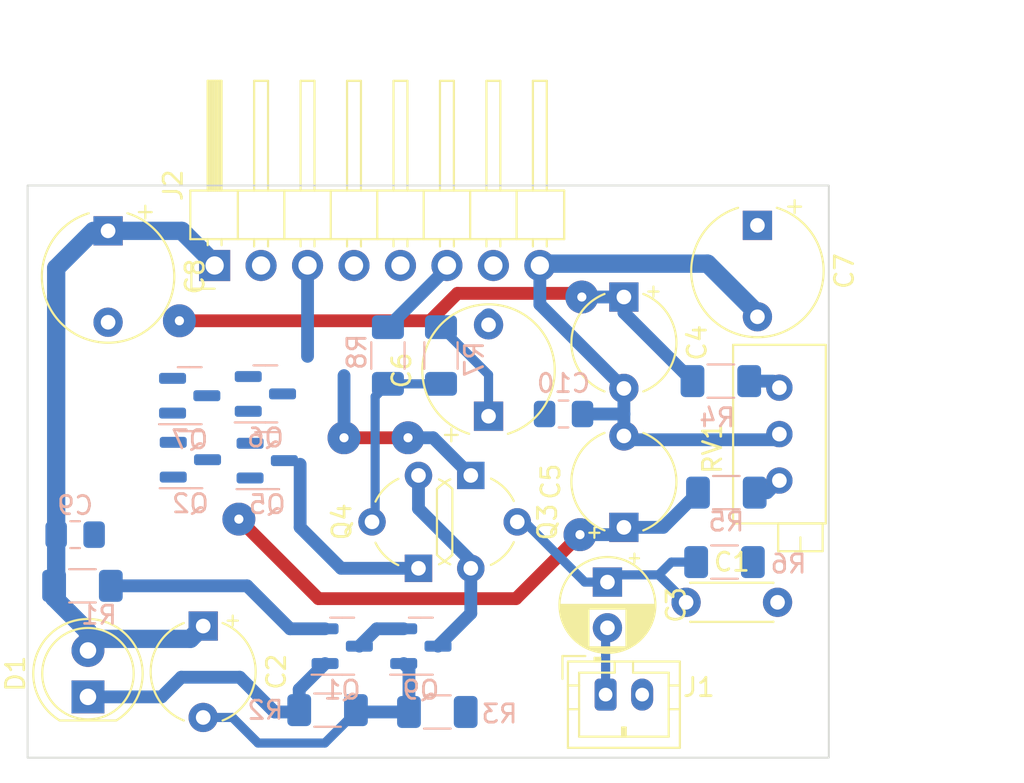
<source format=kicad_pcb>
(kicad_pcb (version 20221018) (generator pcbnew)
  (layers (0 "F.Cu" signal) (31 "B.Cu" signal) (34 "B.Paste" user) (35 "F.Paste" user) (36 "B.SilkS" user "B.Silkscreen") (37 "F.SilkS" user "F.Silkscreen") (38 "B.Mask" user) (39 "F.Mask" user) (44 "Edge.Cuts" user))
  (net 0 "")
  (net 1 "Net-(Q3-B)")
  (net 2 "GND")
  (net 3 "Net-(D1-A)")
  (net 4 "Net-(Q2-B)")
  (net 5 "Net-(J1-Pin_1)")
  (net 6 "Net-(J2-Pin_8)")
  (net 7 "Net-(C6-Pad1)")
  (net 8 "Net-(D1-K)")
  (net 9 "Net-(J2-Pin_3)")
  (net 10 "Net-(J2-Pin_6)")
  (net 11 "Net-(Q1-C)")
  (net 12 "Net-(Q1-E)")
  (net 13 "Net-(Q2-C)")
  (net 14 "Net-(Q4-C)")
  (net 15 "Net-(Q4-B)")
  (net 16 "Net-(Q7-E)")
  (net 17 "Net-(R4-Pad2)")
  (net 18 "Net-(R5-Pad2)")
  (net 19 "Net-(Q9-B)")
  (net 20 "Net-(Q2-E)")
  (net 21 "Net-(Q3-E)")
  (footprint "Capacitor_THT:CP_Radial_Tantal_D5.5mm_P5.00mm" (layer "F.Cu") (at 159.8 85.9 -90)
    (fp_text reference "C4" (at 2.5 -4 90) (layer "F.SilkS"))
    (fp_text value "33u/25V")
    (pad "1" thru_hole rect (at 0 0 270) (size 1.6 1.6) (drill 0.8) (layers "*.Cu" "*.Mask") (net 16 "Net-(Q7-E)"))
    (pad "2" thru_hole circle (at 5 0 270) (size 1.6 1.6) (drill 0.8) (layers "*.Cu" "*.Mask") (net 6 "Net-(J2-Pin_8)"))
  )
  (footprint "Capacitor_THT:CP_Radial_D5.0mm_P2.50mm" (layer "F.Cu") (at 158.9 101.494888 -90)
    (fp_text reference "C3" (at 1.25 -3.75 90) (layer "F.SilkS"))
    (fp_text value "2u2/16V")
    (pad "1" thru_hole rect (at 0 0 270) (size 1.6 1.6) (drill 0.8) (layers "*.Cu" "*.Mask") (net 1 "Net-(Q3-B)"))
    (pad "2" thru_hole circle (at 2.5 0 270) (size 1.6 1.6) (drill 0.8) (layers "*.Cu" "*.Mask") (net 5 "Net-(J1-Pin_1)"))
  )
  (footprint "Potentiometer_THT:Potentiometer_Bourns_3296X_Horizontal" (layer "F.Cu") (at 168.3 90.86 90)
    (fp_text reference "RV1" (at -3.3 -3.66 90) (layer "F.SilkS"))
    (fp_text value "50")
    (pad "1" thru_hole circle (at 0 0 90) (size 1.44 1.44) (drill 0.8) (layers "*.Cu" "*.Mask") (net 17 "Net-(R4-Pad2)"))
    (pad "2" thru_hole circle (at -2.54 0 90) (size 1.44 1.44) (drill 0.8) (layers "*.Cu" "*.Mask") (net 6 "Net-(J2-Pin_8)"))
    (pad "3" thru_hole circle (at -5.08 0 90) (size 1.44 1.44) (drill 0.8) (layers "*.Cu" "*.Mask") (net 18 "Net-(R5-Pad2)"))
  )
  (footprint "Package_TO_SOT_THT:TO-92_Wide" (layer "F.Cu") (at 151.43 95.66 -90)
    (fp_text reference "Q3" (at 2.55 -4.19 90) (layer "F.SilkS"))
    (fp_text value "BC560C")
    (pad "1" thru_hole rect (at 0 0 270) (size 1.5 1.5) (drill 0.8) (layers "*.Cu" "*.Mask") (net 9 "Net-(J2-Pin_3)"))
    (pad "2" thru_hole circle (at 2.54 -2.54 270) (size 1.5 1.5) (drill 0.8) (layers "*.Cu" "*.Mask") (net 1 "Net-(Q3-B)"))
    (pad "3" thru_hole circle (at 5.08 0 270) (size 1.5 1.5) (drill 0.8) (layers "*.Cu" "*.Mask") (net 21 "Net-(Q3-E)"))
  )
  (footprint "Capacitor_THT:CP_Radial_Tantal_D7.0mm_P5.00mm" (layer "F.Cu") (at 152.4 92.420139 90)
    (fp_text reference "C6" (at 2.5 -4.75 90) (layer "F.SilkS"))
    (fp_text value "47u/25V")
    (pad "1" thru_hole rect (at 0 0 90) (size 1.6 1.6) (drill 0.8) (layers "*.Cu" "*.Mask") (net 7 "Net-(C6-Pad1)"))
    (pad "2" thru_hole circle (at 5 0 90) (size 1.6 1.6) (drill 0.8) (layers "*.Cu" "*.Mask") (net 2 "GND"))
  )
  (footprint "Capacitor_THT:CP_Radial_Tantal_D5.5mm_P5.00mm" (layer "F.Cu") (at 159.8 98.5 90)
    (fp_text reference "C5" (at 2.5 -4 90) (layer "F.SilkS"))
    (fp_text value "33u/25V")
    (pad "1" thru_hole rect (at 0 0 90) (size 1.6 1.6) (drill 0.8) (layers "*.Cu" "*.Mask") (net 20 "Net-(Q2-E)"))
    (pad "2" thru_hole circle (at 5 0 90) (size 1.6 1.6) (drill 0.8) (layers "*.Cu" "*.Mask") (net 6 "Net-(J2-Pin_8)"))
  )
  (footprint "Capacitor_THT:CP_Radial_Tantal_D7.0mm_P5.00mm" (layer "F.Cu") (at 167.1 81.979862 -90)
    (fp_text reference "C7" (at 2.5 -4.75 90) (layer "F.SilkS"))
    (fp_text value "47u/35V")
    (pad "1" thru_hole rect (at 0 0 270) (size 1.6 1.6) (drill 0.8) (layers "*.Cu" "*.Mask") (net 2 "GND"))
    (pad "2" thru_hole circle (at 5 0 270) (size 1.6 1.6) (drill 0.8) (layers "*.Cu" "*.Mask") (net 6 "Net-(J2-Pin_8)"))
  )
  (footprint "Capacitor_THT:C_Disc_D4.3mm_W1.9mm_P5.00mm" (layer "F.Cu") (at 163.2 102.6)
    (fp_text reference "C1" (at 2.5 -2.2) (layer "F.SilkS"))
    (fp_text value "330p")
    (pad "1" thru_hole circle (at 0 0) (size 1.6 1.6) (drill 0.8) (layers "*.Cu" "*.Mask") (net 1 "Net-(Q3-B)"))
    (pad "2" thru_hole circle (at 5 0) (size 1.6 1.6) (drill 0.8) (layers "*.Cu" "*.Mask") (net 2 "GND"))
  )
  (footprint "Connector_JST:JST_PH_B2B-PH-K_1x02_P2.00mm_Vertical" (layer "F.Cu") (at 158.8 107.65)
    (fp_text reference "J1" (at 5.1 -0.4) (layer "F.SilkS"))
    (fp_text value "Conn_01x02")
    (pad "1" thru_hole roundrect (at 0 0) (size 1.2 1.75) (drill 0.75) (layers "*.Cu" "*.Mask") (roundrect_rratio 0.208333) (net 5 "Net-(J1-Pin_1)"))
    (pad "2" thru_hole oval (at 2 0) (size 1.2 1.75) (drill 0.75) (layers "*.Cu" "*.Mask") (net 2 "GND"))
  )
  (footprint "LED_THT:LED_D5.0mm" (layer "F.Cu") (at 130.5 107.775 90)
    (fp_text reference "D1" (at 1.27 -3.96 90) (layer "F.SilkS"))
    (fp_text value "LED_Small")
    (pad "1" thru_hole rect (at 0 0 90) (size 1.8 1.8) (drill 0.9) (layers "*.Cu" "*.Mask") (net 8 "Net-(D1-K)"))
    (pad "2" thru_hole circle (at 2.54 0 90) (size 1.8 1.8) (drill 0.9) (layers "*.Cu" "*.Mask") (net 3 "Net-(D1-A)"))
  )
  (footprint "Package_TO_SOT_THT:TO-92_Wide" (layer "F.Cu") (at 148.57 100.74 90)
    (fp_text reference "Q4" (at 2.55 -4.19 90) (layer "F.SilkS"))
    (fp_text value "BC560C")
    (pad "1" thru_hole rect (at 0 0 90) (size 1.5 1.5) (drill 0.8) (layers "*.Cu" "*.Mask") (net 14 "Net-(Q4-C)"))
    (pad "2" thru_hole circle (at 2.54 -2.54 90) (size 1.5 1.5) (drill 0.8) (layers "*.Cu" "*.Mask") (net 15 "Net-(Q4-B)"))
    (pad "3" thru_hole circle (at 5.08 0 90) (size 1.5 1.5) (drill 0.8) (layers "*.Cu" "*.Mask") (net 21 "Net-(Q3-E)"))
  )
  (footprint "Connector_PinHeader_2.54mm:PinHeader_1x08_P2.54mm_Horizontal" (layer "F.Cu") (at 137.425 84.175 90)
    (fp_text reference "J2" (at 4.385 -2.27 90) (layer "F.SilkS"))
    (fp_text value "Conn_01x08")
    (pad "1" thru_hole rect (at 0 0 90) (size 1.7 1.7) (drill 1) (layers "*.Cu" "*.Mask") (net 3 "Net-(D1-A)"))
    (pad "2" thru_hole oval (at 0 2.54 90) (size 1.7 1.7) (drill 1) (layers "*.Cu" "*.Mask") (net 2 "GND"))
    (pad "3" thru_hole oval (at 0 5.08 90) (size 1.7 1.7) (drill 1) (layers "*.Cu" "*.Mask") (net 9 "Net-(J2-Pin_3)"))
    (pad "4" thru_hole oval (at 0 7.62 90) (size 1.7 1.7) (drill 1) (layers "*.Cu" "*.Mask") (net 2 "GND"))
    (pad "5" thru_hole oval (at 0 10.16 90) (size 1.7 1.7) (drill 1) (layers "*.Cu" "*.Mask") (net 2 "GND"))
    (pad "6" thru_hole oval (at 0 12.7 90) (size 1.7 1.7) (drill 1) (layers "*.Cu" "*.Mask") (net 10 "Net-(J2-Pin_6)"))
    (pad "7" thru_hole oval (at 0 15.24 90) (size 1.7 1.7) (drill 1) (layers "*.Cu" "*.Mask") (net 2 "GND"))
    (pad "8" thru_hole oval (at 0 17.78 90) (size 1.7 1.7) (drill 1) (layers "*.Cu" "*.Mask") (net 6 "Net-(J2-Pin_8)"))
  )
  (footprint "Capacitor_THT:CP_Radial_Tantal_D5.5mm_P5.00mm" (layer "F.Cu") (at 136.8 103.9 -90)
    (fp_text reference "C2" (at 2.5 -4 90) (layer "F.SilkS"))
    (fp_text value "33u/25V")
    (pad "1" thru_hole rect (at 0 0 270) (size 1.6 1.6) (drill 0.8) (layers "*.Cu" "*.Mask") (net 3 "Net-(D1-A)"))
    (pad "2" thru_hole circle (at 5 0 270) (size 1.6 1.6) (drill 0.8) (layers "*.Cu" "*.Mask") (net 19 "Net-(Q9-B)"))
  )
  (footprint "Capacitor_THT:CP_Radial_Tantal_D7.0mm_P5.00mm" (layer "F.Cu") (at 131.6 82.279862 -90)
    (fp_text reference "C8" (at 2.5 -4.75 90) (layer "F.SilkS"))
    (fp_text value "47u/35V")
    (pad "1" thru_hole rect (at 0 0 270) (size 1.6 1.6) (drill 0.8) (layers "*.Cu" "*.Mask") (net 3 "Net-(D1-A)"))
    (pad "2" thru_hole circle (at 5 0 270) (size 1.6 1.6) (drill 0.8) (layers "*.Cu" "*.Mask") (net 2 "GND"))
  )
  (footprint "Resistor_SMD:R_1206_3216Metric_Pad1.30x1.75mm_HandSolder" (layer "B.Cu") (at 146.9 89.1 90)
    (fp_text reference "R8" (at 0.2 -1.7 -270) (layer "B.SilkS") (effects (justify mirror)))
    (fp_text value "68k")
    (pad "1" smd roundrect (at -1.55 0 90) (size 1.3 1.75) (layers "B.Cu" "B.Paste" "B.Mask") (roundrect_rratio 0.192308) (net 15 "Net-(Q4-B)"))
    (pad "2" smd roundrect (at 1.55 0 90) (size 1.3 1.75) (layers "B.Cu" "B.Paste" "B.Mask") (roundrect_rratio 0.192308) (net 10 "Net-(J2-Pin_6)"))
  )
  (footprint "Resistor_SMD:R_1206_3216Metric_Pad1.30x1.75mm_HandSolder" (layer "B.Cu") (at 165.1 90.5)
    (fp_text reference "R4" (at -0.2 2 -360) (layer "B.SilkS") (effects (justify mirror)))
    (fp_text value "51")
    (pad "1" smd roundrect (at -1.55 0) (size 1.3 1.75) (layers "B.Cu" "B.Paste" "B.Mask") (roundrect_rratio 0.192308) (net 16 "Net-(Q7-E)"))
    (pad "2" smd roundrect (at 1.55 0) (size 1.3 1.75) (layers "B.Cu" "B.Paste" "B.Mask") (roundrect_rratio 0.192308) (net 17 "Net-(R4-Pad2)"))
  )
  (footprint "Package_TO_SOT_SMD:SOT-23" (layer "B.Cu") (at 140.2 91.2)
    (fp_text reference "Q6" (at 0 2.4) (layer "B.SilkS") (effects (justify mirror)))
    (fp_text value "BC848")
    (pad "1" smd roundrect (at -0.9375 0.95) (size 1.475 0.6) (layers "B.Cu" "B.Paste" "B.Mask") (net 14 "Net-(Q4-C)"))
    (pad "2" smd roundrect (at -0.9375 -0.95) (size 1.475 0.6) (layers "B.Cu" "B.Paste" "B.Mask") (net 4 "Net-(Q2-B)"))
    (pad "3" smd roundrect (at 0.9375 0) (size 1.475 0.6) (layers "B.Cu" "B.Paste" "B.Mask") (net 9 "Net-(J2-Pin_3)"))
  )
  (footprint "Resistor_SMD:R_1206_3216Metric_Pad1.30x1.75mm_HandSolder" (layer "B.Cu") (at 149.6 108.6)
    (fp_text reference "R3" (at 3.4 0.1 -360) (layer "B.SilkS") (effects (justify mirror)))
    (fp_text value "4k3")
    (pad "1" smd roundrect (at -1.55 0) (size 1.3 1.75) (layers "B.Cu" "B.Paste" "B.Mask") (roundrect_rratio 0.192308) (net 19 "Net-(Q9-B)"))
    (pad "2" smd roundrect (at 1.55 0) (size 1.3 1.75) (layers "B.Cu" "B.Paste" "B.Mask") (roundrect_rratio 0.192308) (net 2 "GND"))
  )
  (footprint "Resistor_SMD:R_1206_3216Metric_Pad1.30x1.75mm_HandSolder" (layer "B.Cu") (at 165.3 100.4)
    (fp_text reference "R6" (at 3.5 0.1 -360) (layer "B.SilkS") (effects (justify mirror)))
    (fp_text value "68k")
    (pad "1" smd roundrect (at -1.55 0) (size 1.3 1.75) (layers "B.Cu" "B.Paste" "B.Mask") (roundrect_rratio 0.192308) (net 1 "Net-(Q3-B)"))
    (pad "2" smd roundrect (at 1.55 0) (size 1.3 1.75) (layers "B.Cu" "B.Paste" "B.Mask") (roundrect_rratio 0.192308) (net 2 "GND"))
  )
  (footprint "Package_TO_SOT_SMD:SOT-23" (layer "B.Cu") (at 144.4 105)
    (fp_text reference "Q1" (at 0 2.4) (layer "B.SilkS") (effects (justify mirror)))
    (fp_text value "BC858")
    (pad "1" smd roundrect (at -0.9375 0.95) (size 1.475 0.6) (layers "B.Cu" "B.Paste" "B.Mask") (net 8 "Net-(D1-K)"))
    (pad "2" smd roundrect (at -0.9375 -0.95) (size 1.475 0.6) (layers "B.Cu" "B.Paste" "B.Mask") (net 12 "Net-(Q1-E)"))
    (pad "3" smd roundrect (at 0.9375 0) (size 1.475 0.6) (layers "B.Cu" "B.Paste" "B.Mask") (net 11 "Net-(Q1-C)"))
  )
  (footprint "Capacitor_SMD:C_0805_2012Metric_Pad1.18x1.45mm_HandSolder" (layer "B.Cu") (at 129.8 98.9)
    (fp_text reference "C9" (at 0 -1.6) (layer "B.SilkS") (effects (justify mirror)))
    (fp_text value "100n")
    (pad "1" smd roundrect (at -1.0375 0) (size 1.175 1.45) (layers "B.Cu" "B.Paste" "B.Mask") (roundrect_rratio 0.212766) (net 3 "Net-(D1-A)"))
    (pad "2" smd roundrect (at 1.0375 0) (size 1.175 1.45) (layers "B.Cu" "B.Paste" "B.Mask") (roundrect_rratio 0.212766) (net 2 "GND"))
  )
  (footprint "Package_TO_SOT_SMD:SOT-23" (layer "B.Cu") (at 136.1 94.8)
    (fp_text reference "Q2" (at 0 2.4) (layer "B.SilkS") (effects (justify mirror)))
    (fp_text value "BC848")
    (pad "1" smd roundrect (at -0.9375 0.95) (size 1.475 0.6) (layers "B.Cu" "B.Paste" "B.Mask") (net 4 "Net-(Q2-B)"))
    (pad "2" smd roundrect (at -0.9375 -0.95) (size 1.475 0.6) (layers "B.Cu" "B.Paste" "B.Mask") (net 20 "Net-(Q2-E)"))
    (pad "3" smd roundrect (at 0.9375 0) (size 1.475 0.6) (layers "B.Cu" "B.Paste" "B.Mask") (net 13 "Net-(Q2-C)"))
  )
  (footprint "Resistor_SMD:R_1206_3216Metric_Pad1.30x1.75mm_HandSolder" (layer "B.Cu") (at 165.4 96.6)
    (fp_text reference "R5" (at 0 1.6 -360) (layer "B.SilkS") (effects (justify mirror)))
    (fp_text value "51")
    (pad "1" smd roundrect (at -1.55 0) (size 1.3 1.75) (layers "B.Cu" "B.Paste" "B.Mask") (roundrect_rratio 0.192308) (net 20 "Net-(Q2-E)"))
    (pad "2" smd roundrect (at 1.55 0) (size 1.3 1.75) (layers "B.Cu" "B.Paste" "B.Mask") (roundrect_rratio 0.192308) (net 18 "Net-(R5-Pad2)"))
  )
  (footprint "Resistor_SMD:R_1206_3216Metric_Pad1.30x1.75mm_HandSolder" (layer "B.Cu") (at 130.2 101.7)
    (fp_text reference "R1" (at 0.9 1.6 -360) (layer "B.SilkS") (effects (justify mirror)))
    (fp_text value "620")
    (pad "1" smd roundrect (at -1.55 0) (size 1.3 1.75) (layers "B.Cu" "B.Paste" "B.Mask") (roundrect_rratio 0.192308) (net 3 "Net-(D1-A)"))
    (pad "2" smd roundrect (at 1.55 0) (size 1.3 1.75) (layers "B.Cu" "B.Paste" "B.Mask") (roundrect_rratio 0.192308) (net 12 "Net-(Q1-E)"))
  )
  (footprint "Package_TO_SOT_SMD:SOT-23" (layer "B.Cu") (at 136.0625 91.3)
    (fp_text reference "Q7" (at 0 2.4) (layer "B.SilkS") (effects (justify mirror)))
    (fp_text value "BC848")
    (pad "1" smd roundrect (at -0.9375 0.95) (size 1.475 0.6) (layers "B.Cu" "B.Paste" "B.Mask") (net 4 "Net-(Q2-B)"))
    (pad "2" smd roundrect (at -0.9375 -0.95) (size 1.475 0.6) (layers "B.Cu" "B.Paste" "B.Mask") (net 16 "Net-(Q7-E)"))
    (pad "3" smd roundrect (at 0.9375 0) (size 1.475 0.6) (layers "B.Cu" "B.Paste" "B.Mask") (net 4 "Net-(Q2-B)"))
  )
  (footprint "Resistor_SMD:R_1206_3216Metric_Pad1.30x1.75mm_HandSolder" (layer "B.Cu") (at 143.6 108.5)
    (fp_text reference "R2" (at -3.4 0 -360) (layer "B.SilkS") (effects (justify mirror)))
    (fp_text value "390")
    (pad "1" smd roundrect (at -1.55 0) (size 1.3 1.75) (layers "B.Cu" "B.Paste" "B.Mask") (roundrect_rratio 0.192308) (net 8 "Net-(D1-K)"))
    (pad "2" smd roundrect (at 1.55 0) (size 1.3 1.75) (layers "B.Cu" "B.Paste" "B.Mask") (roundrect_rratio 0.192308) (net 19 "Net-(Q9-B)"))
  )
  (footprint "Package_TO_SOT_SMD:SOT-23" (layer "B.Cu") (at 140.3 94.85)
    (fp_text reference "Q5" (at 0 2.4) (layer "B.SilkS") (effects (justify mirror)))
    (fp_text value "BC848")
    (pad "1" smd roundrect (at -0.9375 0.95) (size 1.475 0.6) (layers "B.Cu" "B.Paste" "B.Mask") (net 14 "Net-(Q4-C)"))
    (pad "2" smd roundrect (at -0.9375 -0.95) (size 1.475 0.6) (layers "B.Cu" "B.Paste" "B.Mask") (net 13 "Net-(Q2-C)"))
    (pad "3" smd roundrect (at 0.9375 0) (size 1.475 0.6) (layers "B.Cu" "B.Paste" "B.Mask") (net 14 "Net-(Q4-C)"))
  )
  (footprint "Package_TO_SOT_SMD:SOT-23" (layer "B.Cu") (at 148.7 105)
    (fp_text reference "Q9" (at 0 2.4) (layer "B.SilkS") (effects (justify mirror)))
    (fp_text value "BC858")
    (pad "1" smd roundrect (at -0.9375 0.95) (size 1.475 0.6) (layers "B.Cu" "B.Paste" "B.Mask") (net 19 "Net-(Q9-B)"))
    (pad "2" smd roundrect (at -0.9375 -0.95) (size 1.475 0.6) (layers "B.Cu" "B.Paste" "B.Mask") (net 11 "Net-(Q1-C)"))
    (pad "3" smd roundrect (at 0.9375 0) (size 1.475 0.6) (layers "B.Cu" "B.Paste" "B.Mask") (net 21 "Net-(Q3-E)"))
  )
  (footprint "Resistor_SMD:R_1206_3216Metric_Pad1.30x1.75mm_HandSolder" (layer "B.Cu") (at 149.8 89.1 90)
    (fp_text reference "R7" (at -0.2 1.82 -270) (layer "B.SilkS") (effects (justify mirror)))
    (fp_text value "1k2")
    (pad "1" smd roundrect (at -1.55 0 90) (size 1.3 1.75) (layers "B.Cu" "B.Paste" "B.Mask") (roundrect_rratio 0.192308) (net 15 "Net-(Q4-B)"))
    (pad "2" smd roundrect (at 1.55 0 90) (size 1.3 1.75) (layers "B.Cu" "B.Paste" "B.Mask") (roundrect_rratio 0.192308) (net 7 "Net-(C6-Pad1)"))
  )
  (footprint "Capacitor_SMD:C_0805_2012Metric_Pad1.18x1.45mm_HandSolder" (layer "B.Cu") (at 156.5 92.3 180)
    (fp_text reference "C10" (at 0 1.68) (layer "B.SilkS") (effects (justify mirror)))
    (fp_text value "100n")
    (pad "1" smd roundrect (at -1.0375 0 180) (size 1.175 1.45) (layers "B.Cu" "B.Paste" "B.Mask") (roundrect_rratio 0.212766) (net 6 "Net-(J2-Pin_8)"))
    (pad "2" smd roundrect (at 1.0375 0 180) (size 1.175 1.45) (layers "B.Cu" "B.Paste" "B.Mask") (roundrect_rratio 0.212766) (net 2 "GND"))
  )
  (gr_rect (start 127.2 79.8) (end 171 111.1) (stroke (width 0.1)) (fill none) (layer "Edge.Cuts"))
  (segment (start 162.4 100.4) (end 163.75 100.4) (width 0.5) (layer "B.Cu") (net 1))
  (segment (start 161.7 101.1) (end 159.294888 101.1) (width 0.5) (layer "B.Cu") (net 1))
  (segment (start 159.294888 101.1) (end 158.9 101.494888) (width 0.5) (layer "B.Cu") (net 1))
  (segment (start 163.2 102.6) (end 161.7 101.1) (width 0.5) (layer "B.Cu") (net 1))
  (segment (start 161.7 101.1) (end 162.4 100.4) (width 0.5) (layer "B.Cu") (net 1))
  (segment (start 158.9 101.494888) (end 157.664888 101.494888) (width 0.5) (layer "B.Cu") (net 1))
  (segment (start 157.664888 101.494888) (end 154.37 98.2) (width 0.5) (layer "B.Cu") (net 1))
  (segment (start 152.4 84.41) (end 152.7 84.11) (width 1) (layer "B.Cu") (net 2))
  (segment (start 152.6 87.220139) (end 152.4 87.020139) (width 1) (layer "B.Cu") (net 2))
  (segment (start 152.7 84.11) (end 152.665 84.075) (width 0.3) (layer "B.Cu") (net 2))
  (segment (start 131.6 82.279862) (end 130.8 82.279862) (width 0.7) (layer "B.Cu") (net 3))
  (segment (start 128.7625 98.9) (end 128.7625 101.5875) (width 1) (layer "B.Cu") (net 3))
  (segment (start 130.5 105.235) (end 131.135 104.6) (width 1) (layer "B.Cu") (net 3))
  (segment (start 130.8 82.279862) (end 128.7625 84.317362) (width 1) (layer "B.Cu") (net 3))
  (segment (start 130.5 104.2) (end 130.5 105.235) (width 1) (layer "B.Cu") (net 3))
  (segment (start 128.65 101.7) (end 128.65 102.35) (width 1) (layer "B.Cu") (net 3))
  (segment (start 128.7625 84.317362) (end 128.7625 98.9) (width 1) (layer "B.Cu") (net 3))
  (segment (start 131.135 104.6) (end 136.1 104.6) (width 1) (layer "B.Cu") (net 3))
  (segment (start 136.1 104.6) (end 136.8 103.9) (width 1) (layer "B.Cu") (net 3))
  (segment (start 128.7625 101.5875) (end 128.65 101.7) (width 0.7) (layer "B.Cu") (net 3))
  (segment (start 131.6 82.279862) (end 135.629862 82.279862) (width 1) (layer "B.Cu") (net 3))
  (segment (start 128.65 102.35) (end 130.5 104.2) (width 1) (layer "B.Cu") (net 3))
  (segment (start 135.629862 82.279862) (end 137.425 84.075) (width 1) (layer "B.Cu") (net 3))
  (segment (start 158.8 104.094888) (end 158.8 107.65) (width 0.5) (layer "B.Cu") (net 5))
  (segment (start 158.9 103.994888) (end 158.8 104.094888) (width 0.5) (layer "B.Cu") (net 5))
  (segment (start 160.01 93.71) (end 167.99 93.71) (width 0.7) (layer "B.Cu") (net 6))
  (segment (start 167.99 93.71) (end 168.3 93.4) (width 0.7) (layer "B.Cu") (net 6))
  (segment (start 157.5375 92.3) (end 159.8 92.3) (width 0.7) (layer "B.Cu") (net 6))
  (segment (start 159.8 92.3) (end 159.8 90.9) (width 0.7) (layer "B.Cu") (net 6))
  (segment (start 167.1 86.8) (end 167.1 86.979862) (width 0.7) (layer "B.Cu") (net 6))
  (segment (start 164.375 84.075) (end 167.1 86.8) (width 1) (layer "B.Cu") (net 6))
  (segment (start 159.8 93.5) (end 160.01 93.71) (width 0.5) (layer "B.Cu") (net 6))
  (segment (start 155.205 86.305) (end 159.8 90.9) (width 0.7) (layer "B.Cu") (net 6))
  (segment (start 155.205 84.075) (end 155.205 86.305) (width 0.7) (layer "B.Cu") (net 6))
  (segment (start 155.205 84.075) (end 164.375 84.075) (width 1) (layer "B.Cu") (net 6))
  (segment (start 159.8 93.5) (end 159.8 92.3) (width 0.7) (layer "B.Cu") (net 6))
  (segment (start 149.8 87.55) (end 152.4 90.15) (width 0.5) (layer "B.Cu") (net 7))
  (segment (start 152.4 90.15) (end 152.4 92.420139) (width 0.5) (layer "B.Cu") (net 7))
  (segment (start 135.6 106.7) (end 138.8 106.7) (width 0.7) (layer "B.Cu") (net 8))
  (segment (start 138.8 106.7) (end 140.7 108.6) (width 0.7) (layer "B.Cu") (net 8))
  (segment (start 134.525 107.775) (end 135.6 106.7) (width 0.7) (layer "B.Cu") (net 8))
  (segment (start 140.7 108.6) (end 142.05 108.6) (width 0.7) (layer "B.Cu") (net 8))
  (segment (start 142.05 107.3625) (end 143.4625 105.95) (width 0.7) (layer "B.Cu") (net 8))
  (segment (start 130.5 107.775) (end 134.525 107.775) (width 0.7) (layer "B.Cu") (net 8))
  (segment (start 142.05 108.5) (end 142.05 107.3625) (width 0.7) (layer "B.Cu") (net 8))
  (segment (start 144.5 93.6) (end 148 93.6) (width 0.7) (layer "F.Cu") (net 9))
  (via (at 144.5 93.6) (size 1.8) (drill 0.5) (layers "F.Cu" "B.Cu") (net 9))
  (via (at 148 93.6) (size 1.8) (drill 0.5) (layers "F.Cu" "B.Cu") (net 9))
  (segment (start 148 93.6) (end 149.37 93.6) (width 0.7) (layer "B.Cu") (net 9))
  (segment (start 149.37 93.6) (end 151.43 95.66) (width 0.7) (layer "B.Cu") (net 9))
  (segment (start 144.5 93.6) (end 144.5 90.2) (width 0.7) (layer "B.Cu") (net 9))
  (segment (start 142.505 89.145) (end 142.505 84.075) (width 0.7) (layer "B.Cu") (net 9))
  (segment (start 150.125 84.325) (end 150.125 84.075) (width 0.5) (layer "B.Cu") (net 10))
  (segment (start 146.7 87.75) (end 150.125 84.325) (width 0.7) (layer "B.Cu") (net 10))
  (segment (start 147.7625 104.05) (end 146.2875 104.05) (width 0.7) (layer "B.Cu") (net 11))
  (segment (start 146.2875 104.05) (end 145.3375 105) (width 0.7) (layer "B.Cu") (net 11))
  (segment (start 141.55 104.05) (end 143.4625 104.05) (width 0.7) (layer "B.Cu") (net 12))
  (segment (start 131.75 101.7) (end 139.2 101.7) (width 0.7) (layer "B.Cu") (net 12))
  (segment (start 139.2 101.7) (end 141.55 104.05) (width 0.7) (layer "B.Cu") (net 12))
  (segment (start 142.1 98.5) (end 144.34 100.74) (width 0.7) (layer "B.Cu") (net 14))
  (segment (start 142.1 95.05) (end 142.1 98.5) (width 0.7) (layer "B.Cu") (net 14))
  (segment (start 144.34 100.74) (end 148.57 100.74) (width 0.7) (layer "B.Cu") (net 14))
  (segment (start 146.2 98.03) (end 146.2 91.35) (width 0.5) (layer "B.Cu") (net 15))
  (segment (start 146.2 91.35) (end 146.9 90.65) (width 0.5) (layer "B.Cu") (net 15))
  (segment (start 146.03 98.2) (end 146.2 98.03) (width 0.5) (layer "B.Cu") (net 15))
  (segment (start 146.9 90.65) (end 149.8 90.65) (width 0.5) (layer "B.Cu") (net 15))
  (segment (start 150.7 85.7) (end 149.2 87.2) (width 0.7) (layer "F.Cu") (net 16))
  (segment (start 149.2 87.2) (end 135.5 87.2) (width 0.7) (layer "F.Cu") (net 16))
  (segment (start 157.5 85.9) (end 157.3 85.7) (width 0.7) (layer "F.Cu") (net 16))
  (segment (start 157.3 85.7) (end 150.7 85.7) (width 0.7) (layer "F.Cu") (net 16))
  (via (at 157.5 85.9) (size 1.8) (drill 0.5) (layers "F.Cu" "B.Cu") (net 16))
  (via (at 135.5 87.2) (size 1.8) (drill 0.5) (layers "F.Cu" "B.Cu") (net 16))
  (segment (start 159.8 86.75) (end 163.55 90.5) (width 0.7) (layer "B.Cu") (net 16))
  (segment (start 157.5 85.9) (end 159.8 85.9) (width 0.7) (layer "B.Cu") (net 16))
  (segment (start 159.8 85.9) (end 159.8 86.75) (width 0.7) (layer "B.Cu") (net 16))
  (segment (start 167.94 90.5) (end 168.3 90.86) (width 0.7) (layer "B.Cu") (net 17))
  (segment (start 166.65 90.5) (end 167.94 90.5) (width 0.7) (layer "B.Cu") (net 17))
  (segment (start 166.95 96.6) (end 167.64 96.6) (width 0.7) (layer "B.Cu") (net 18))
  (segment (start 167.64 96.6) (end 168.3 95.94) (width 0.7) (layer "B.Cu") (net 18))
  (segment (start 143.45 110.3) (end 145.15 108.6) (width 0.5) (layer "B.Cu") (net 19))
  (segment (start 148.05 106.2375) (end 147.7625 105.95) (width 0.7) (layer "B.Cu") (net 19))
  (segment (start 145.15 108.6) (end 147.65 108.6) (width 0.7) (layer "B.Cu") (net 19))
  (segment (start 138.4 108.9) (end 139.8 110.3) (width 0.5) (layer "B.Cu") (net 19))
  (segment (start 139.8 110.3) (end 143.45 110.3) (width 0.5) (layer "B.Cu") (net 19))
  (segment (start 148.05 108.6) (end 148.05 106.2375) (width 0.7) (layer "B.Cu") (net 19))
  (segment (start 136.8 108.9) (end 138.4 108.9) (width 0.5) (layer "B.Cu") (net 19))
  (segment (start 143.1 102.4) (end 153.9 102.4) (width 0.7) (layer "F.Cu") (net 20))
  (segment (start 157.8 98.5) (end 157.8 98.5) (width 0.7) (layer "F.Cu") (net 20))
  (segment (start 138.75 98.05) (end 143.1 102.4) (width 0.7) (layer "F.Cu") (net 20))
  (segment (start 153.9 102.4) (end 157.4 98.9) (width 0.7) (layer "F.Cu") (net 20))
  (via (at 157.4 98.9) (size 1.8) (drill 0.5) (layers "F.Cu" "B.Cu") (net 20))
  (via (at 138.75 98.05) (size 1.8) (drill 0.5) (layers "F.Cu" "B.Cu") (net 20))
  (segment (start 157.4 98.9) (end 159.4 98.9) (width 0.7) (layer "B.Cu") (net 20))
  (segment (start 159.4 98.9) (end 159.8 98.5) (width 0.7) (layer "B.Cu") (net 20))
  (segment (start 161.95 98.5) (end 163.85 96.6) (width 0.7) (layer "B.Cu") (net 20))
  (segment (start 159.8 98.5) (end 161.95 98.5) (width 0.7) (layer "B.Cu") (net 20))
  (segment (start 148.57 97.48) (end 151.43 100.34) (width 0.7) (layer "B.Cu") (net 21))
  (segment (start 151.43 103.2075) (end 149.6375 105) (width 0.7) (layer "B.Cu") (net 21))
  (segment (start 151.43 100.34) (end 151.43 103.2075) (width 0.7) (layer "B.Cu") (net 21))
  (segment (start 148.57 95.66) (end 148.57 97.48) (width 0.7) (layer "B.Cu") (net 21))
)
</source>
